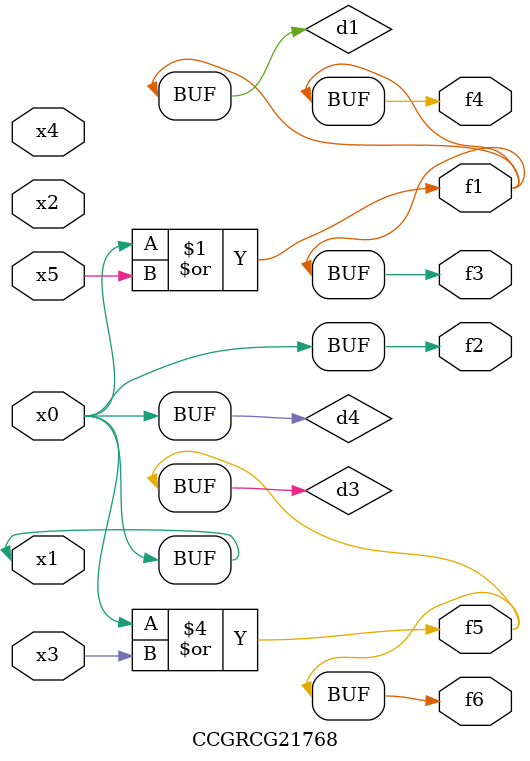
<source format=v>
module CCGRCG21768(
	input x0, x1, x2, x3, x4, x5,
	output f1, f2, f3, f4, f5, f6
);

	wire d1, d2, d3, d4;

	or (d1, x0, x5);
	xnor (d2, x1, x4);
	or (d3, x0, x3);
	buf (d4, x0, x1);
	assign f1 = d1;
	assign f2 = d4;
	assign f3 = d1;
	assign f4 = d1;
	assign f5 = d3;
	assign f6 = d3;
endmodule

</source>
